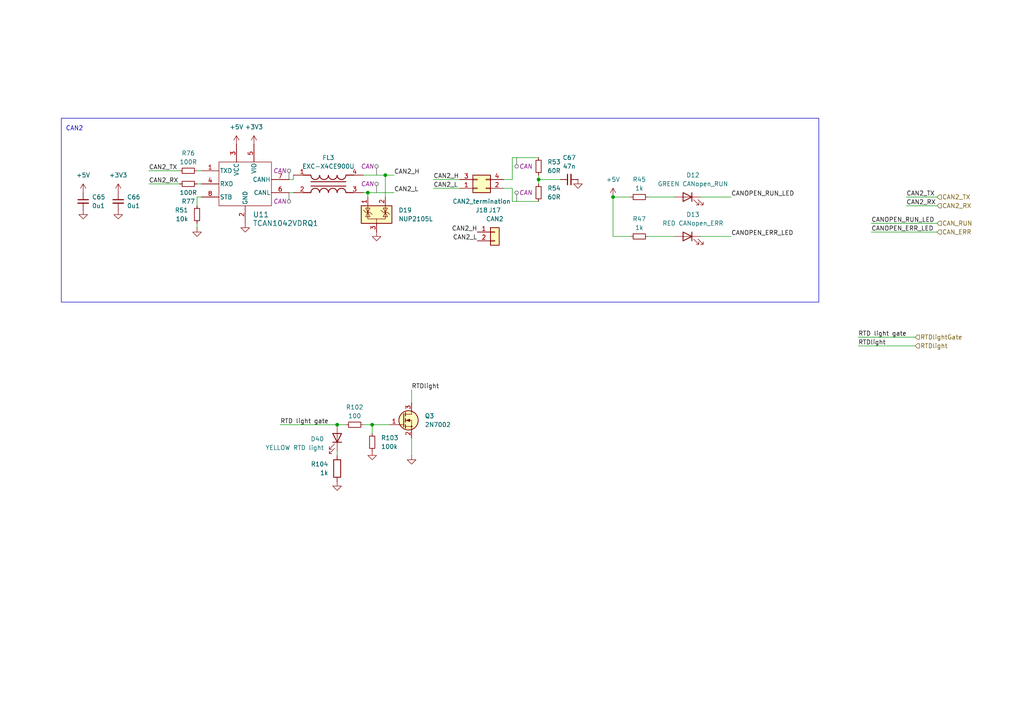
<source format=kicad_sch>
(kicad_sch (version 20231120) (generator "eeschema") (generator_version "8.0")
  (paper "A4")
  (title_block (title "EP6 VCU") (date "2024-09-30") (rev "1.0") (company "NTURacing") (comment 1 "郭哲明") (comment 2 "Electrical group"))
  (lib_symbols
    (symbol "Connector_Generic:Conn_01x02" (pin_names (offset 1.016) hide)
      (property "Reference" "J" (at 0 2.54 0))
      (property "Value" "Conn_01x02" (at 0 -5.08 0))
      (symbol "Conn_01x02_1_1"
        (rectangle (start -1.27 -2.413) (end 0 -2.667) (stroke (width 0.1524)))
        (rectangle (start -1.27 0.127) (end 0 -0.127) (stroke (width 0.1524)))
        (rectangle (start -1.27 1.27) (end 1.27 -3.81) (stroke (width 0.254)) (fill (type background)))
        (pin passive line (at -5.08 0 0) (length 3.81) (name "Pin_1") (number "1"))
        (pin passive line (at -5.08 -2.54 0) (length 3.81) (name "Pin_2") (number "2"))
      )
    )
    (symbol "Connector_Generic:Conn_02x02_Odd_Even" (pin_names (offset 1.016) hide)
      (property "Reference" "J" (at 1.27 2.54 0))
      (property "Value" "Conn_02x02_Odd_Even" (at 1.27 -5.08 0))
      (symbol "Conn_02x02_Odd_Even_1_1"
        (rectangle (start -1.27 -2.413) (end 0 -2.667) (stroke (width 0.1524)))
        (rectangle (start -1.27 0.127) (end 0 -0.127) (stroke (width 0.1524)))
        (rectangle (start -1.27 1.27) (end 3.81 -3.81) (stroke (width 0.254)) (fill (type background)))
        (rectangle (start 3.81 -2.413) (end 2.54 -2.667) (stroke (width 0.1524)))
        (rectangle (start 3.81 0.127) (end 2.54 -0.127) (stroke (width 0.1524)))
        (pin passive line (at -5.08 0 0) (length 3.81) (name "Pin_1") (number "1"))
        (pin passive line (at 7.62 0 180) (length 3.81) (name "Pin_2") (number "2"))
        (pin passive line (at -5.08 -2.54 0) (length 3.81) (name "Pin_3") (number "3"))
        (pin passive line (at 7.62 -2.54 180) (length 3.81) (name "Pin_4") (number "4"))
      )
    )
    (symbol "Device:C_Small" (pin_numbers hide) (pin_names (offset 0.254) hide)
      (property "Reference" "C" (at 0.254 1.778 0))
      (property "Value" "C_Small" (at 0.254 -2.032 0))
      (symbol "C_Small_0_1"
        (polyline (pts (xy -1.524 -0.508) (xy 1.524 -0.508)) (stroke (width 0.3302)))
        (polyline (pts (xy -1.524 0.508) (xy 1.524 0.508)) (stroke (width 0.3048)))
      )
      (symbol "C_Small_1_1"
        (pin passive line (at 0 2.54 270) (length 2.032) (name "~") (number "1"))
        (pin passive line (at 0 -2.54 90) (length 2.032) (name "~") (number "2"))
      )
    )
    (symbol "Device:LED" (pin_numbers hide) (pin_names (offset 1.016) hide)
      (property "Reference" "D" (at 0 2.54 0))
      (property "Value" "LED" (at 0 -2.54 0))
      (symbol "LED_0_1"
        (polyline (pts (xy -1.27 -1.27) (xy -1.27 1.27)) (stroke (width 0.254)))
        (polyline (pts (xy -1.27 0) (xy 1.27 0)))
        (polyline (pts (xy 1.27 -1.27) (xy 1.27 1.27) (xy -1.27 0) (xy 1.27 -1.27)) (stroke (width 0.254)))
        (polyline (pts (xy -3.048 -0.762) (xy -4.572 -2.286) (xy -3.81 -2.286) (xy -4.572 -2.286) (xy -4.572 -1.524)))
        (polyline (pts (xy -1.778 -0.762) (xy -3.302 -2.286) (xy -2.54 -2.286) (xy -3.302 -2.286) (xy -3.302 -1.524)))
      )
      (symbol "LED_1_1"
        (pin passive line (at -3.81 0 0) (length 2.54) (name "K") (number "1"))
        (pin passive line (at 3.81 0 180) (length 2.54) (name "A") (number "2"))
      )
    )
    (symbol "Device:R" (pin_numbers hide) (pin_names (offset 0))
      (property "Reference" "R" (at 2.032 0 90))
      (property "Value" "R" (at 0 0 90))
      (symbol "R_0_1"
        (rectangle (start -1.016 -2.54) (end 1.016 2.54) (stroke (width 0.254)))
      )
      (symbol "R_1_1"
        (pin passive line (at 0 3.81 270) (length 1.27) (name "~") (number "1"))
        (pin passive line (at 0 -3.81 90) (length 1.27) (name "~") (number "2"))
      )
    )
    (symbol "Device:R_Small" (pin_numbers hide) (pin_names (offset 0.254) hide)
      (property "Reference" "R" (at 0.762 0.508 0))
      (property "Value" "R_Small" (at 0.762 -1.016 0))
      (symbol "R_Small_0_1"
        (rectangle (start -0.762 1.778) (end 0.762 -1.778) (stroke (width 0.2032)))
      )
      (symbol "R_Small_1_1"
        (pin passive line (at 0 2.54 270) (length 0.762) (name "~") (number "1"))
        (pin passive line (at 0 -2.54 90) (length 0.762) (name "~") (number "2"))
      )
    )
    (symbol "PCM_Transistor_MOSFET_AKL:2N7002" (pin_names hide)
      (property "Reference" "Q" (at 5.08 1.27 0))
      (property "Value" "2N7002" (at 5.08 -1.27 0))
      (symbol "2N7002_0_1"
        (polyline (pts (xy 0.254 -1.27) (xy -2.54 -1.27)))
        (polyline (pts (xy 0.254 1.905) (xy 0.254 -1.905)) (stroke (width 0.254)))
        (polyline (pts (xy 0.762 -1.778) (xy 2.54 -1.778)))
        (polyline (pts (xy 0.762 -1.27) (xy 0.762 -2.286)) (stroke (width 0.254)))
        (polyline (pts (xy 0.762 0.508) (xy 0.762 -0.508)) (stroke (width 0.254)))
        (polyline (pts (xy 0.762 2.286) (xy 0.762 1.27)) (stroke (width 0.254)))
        (polyline (pts (xy 2.54 1.778) (xy 0.762 1.778)))
        (polyline (pts (xy 2.54 2.54) (xy 2.54 1.778)))
        (polyline (pts (xy 2.54 -2.54) (xy 2.54 0) (xy 0.762 0)))
        (polyline (pts (xy 1.016 0) (xy 2.032 0.381) (xy 2.032 -0.381) (xy 1.016 0)) (fill (type outline)))
        (circle (center 1.651 0) (radius 2.794) (stroke (width 0.254)) (fill (type background)))
        (circle (center 2.54 -1.778) (radius 0.1778) (fill (type outline)))
      )
      (symbol "2N7002_1_1"
        (pin input line (at -3.81 -1.27 0) (length 2.54) (name "G") (number "1"))
        (pin passive line (at 2.54 -5.08 90) (length 2.54) (name "S") (number "2"))
        (pin passive line (at 2.54 5.08 270) (length 2.54) (name "D") (number "3"))
      )
    )
    (symbol "Power_Protection:NUP2105L" (pin_names hide)
      (property "Reference" "D" (at 5.715 2.54 0))
      (property "Value" "NUP2105L" (at 5.715 0.635 0))
      (symbol "NUP2105L_0_0"
        (pin passive line (at 0 -5.08 90) (length 2.54) (name "A") (number "3"))
      )
      (symbol "NUP2105L_0_1"
        (rectangle (start -4.445 2.54) (end 4.445 -2.54) (stroke (width 0.254)) (fill (type background)))
        (polyline (pts (xy -2.54 2.54) (xy -2.54 0.635)))
        (polyline (pts (xy 0 -1.27) (xy 0 -2.54)))
        (polyline (pts (xy 2.54 2.54) (xy 2.54 0.635)))
        (polyline (pts (xy -3.81 1.27) (xy -3.175 0.635) (xy -1.905 0.635) (xy -1.27 0)))
        (polyline (pts (xy -2.54 0.635) (xy -2.54 -1.27) (xy 2.54 -1.27) (xy 2.54 0.635)))
        (polyline (pts (xy -2.54 0.635) (xy -1.905 -0.635) (xy -3.175 -0.635) (xy -2.54 0.635)))
        (polyline (pts (xy 2.54 0.635) (xy 1.905 -0.635) (xy 3.175 -0.635) (xy 2.54 0.635)))
        (polyline (pts (xy 2.54 0.635) (xy 3.175 1.905) (xy 1.905 1.905) (xy 2.54 0.635)))
        (polyline (pts (xy -2.54 0.635) (xy -3.175 1.905) (xy -1.905 1.905) (xy -2.54 0.635) (xy -2.54 1.27)))
        (polyline (pts (xy 1.27 1.27) (xy 1.905 0.635) (xy 2.54 0.635) (xy 3.175 0.635) (xy 3.81 0)))
      )
      (symbol "NUP2105L_1_1"
        (pin passive line (at -2.54 5.08 270) (length 2.54) (name "K") (number "1"))
        (pin passive line (at 2.54 5.08 270) (length 2.54) (name "K") (number "2"))
      )
    )
    (symbol "SamacSys_Parts_EP6:EXC-X4CE900U" (pin_names hide)
      (property "Reference" "FL" (at -0.254 1.524 0))
      (property "Value" "EXC-X4CE900U" (at -0.254 -0.254 0))
      (symbol "EXC-X4CE900U_1_1"
        (arc (start -2.488 -5.08) (mid -1.2689 -3.81) (end -2.488 -2.54) (stroke (width 0.254)))
        (arc (start -2.488 -2.54) (mid -1.2689 -1.27) (end -2.488 0) (stroke (width 0.254)))
        (arc (start -2.488 0) (mid -1.2689 1.27) (end -2.488 2.54) (stroke (width 0.254)))
        (arc (start -2.488 2.54) (mid -1.2689 3.81) (end -2.488 5.08) (stroke (width 0.254)))
        (polyline (pts (xy -2.54 -5.08) (xy -2.54 -7.366)) (stroke (width 0.254)))
        (polyline (pts (xy -2.54 5.08) (xy -2.54 7.366)) (stroke (width 0.254)))
        (polyline (pts (xy -0.635 5.08) (xy -0.635 -5.08)) (stroke (width 0.254)))
        (polyline (pts (xy 0.635 5.08) (xy 0.635 -5.08)) (stroke (width 0.254)))
        (polyline (pts (xy 2.54 -5.08) (xy 2.54 -7.366)) (stroke (width 0.254)))
        (polyline (pts (xy 2.54 5.08) (xy 2.54 7.366)) (stroke (width 0.254)))
        (arc (start 2.488 -2.54) (mid 1.2689 -3.81) (end 2.488 -5.08) (stroke (width 0.254)))
        (arc (start 2.488 0) (mid 1.2689 -1.27) (end 2.488 -2.54) (stroke (width 0.254)))
        (arc (start 2.488 2.54) (mid 1.2689 1.27) (end 2.488 0) (stroke (width 0.254)))
        (arc (start 2.488 5.08) (mid 1.2689 3.81) (end 2.488 2.54) (stroke (width 0.254)))
        (pin passive line (at -2.54 -10.16 90) (length 5.08) (name "1") (number "1"))
        (pin passive line (at 2.54 -10.16 90) (length 5.08) (name "2") (number "2"))
        (pin passive line (at 2.54 10.16 270) (length 5.08) (name "3") (number "3"))
        (pin passive line (at -2.54 10.16 270) (length 5.08) (name "4") (number "4"))
      )
    )
    (symbol "nturt_kicad_lib_EP6:TCAN1042VDRQ1" (pin_names (offset 0.254))
      (property "Reference" "U" (at 0 2.54 0))
      (property "Value" "TCAN1042VDRQ1" (at 0 0 0))
      (symbol "TCAN1042VDRQ1_0_1"
        (pin input line (at -12.7 3.81 0) (length 5.08) (name "TXD") (number "1"))
        (pin power_in line (at 0 -11.43 90) (length 5.08) (name "GND") (number "2"))
        (pin power_in line (at -2.54 11.43 270) (length 5.08) (name "VCC") (number "3"))
        (pin output line (at -12.7 0 0) (length 5.08) (name "RXD") (number "4"))
        (pin power_in line (at 2.54 11.43 270) (length 5.08) (name "VIO") (number "5"))
        (pin bidirectional line (at 12.7 -2.54 180) (length 5.08) (name "CANL") (number "6"))
        (pin bidirectional line (at 12.7 1.27 180) (length 5.08) (name "CANH") (number "7"))
        (pin input line (at -12.7 -3.81 0) (length 5.08) (name "STB") (number "8"))
      )
      (symbol "TCAN1042VDRQ1_1_1"
        (rectangle (start -7.62 6.35) (end 7.62 -6.35))
      )
    )
    (symbol "power:+3V3" (power) (pin_numbers hide) (pin_names (offset 0) hide)
      (property "Value" "+3V3" (at 0 3.556 0))
      (symbol "+3V3_0_1"
        (polyline (pts (xy -0.762 1.27) (xy 0 2.54)))
        (polyline (pts (xy 0 0) (xy 0 2.54)))
        (polyline (pts (xy 0 2.54) (xy 0.762 1.27)))
      )
      (symbol "+3V3_1_1"
        (pin power_in line (at 0 0 90) (length 0) (name "~") (number "1"))
      )
    )
    (symbol "power:+5V" (power) (pin_numbers hide) (pin_names (offset 0) hide)
      (property "Value" "+5V" (at 0 3.556 0))
      (symbol "+5V_0_1"
        (polyline (pts (xy -0.762 1.27) (xy 0 2.54)))
        (polyline (pts (xy 0 0) (xy 0 2.54)))
        (polyline (pts (xy 0 2.54) (xy 0.762 1.27)))
      )
      (symbol "+5V_1_1"
        (pin power_in line (at 0 0 90) (length 0) (name "~") (number "1"))
      )
    )
    (symbol "power:GND" (power) (pin_numbers hide) (pin_names (offset 0) hide)
      (property "Value" "GND" (at 0 -3.81 0))
      (symbol "GND_0_1"
        (polyline (pts (xy 0 0) (xy 0 -1.27) (xy 1.27 -1.27) (xy 0 -2.54) (xy -1.27 -1.27) (xy 0 -1.27)))
      )
      (symbol "GND_1_1"
        (pin power_in line (at 0 0 270) (length 0) (name "~") (number "1"))
      )
    )
  )
  (junction (at 107.95 123.19))
  (junction (at 111.76 50.8))
  (junction (at 156.21 52.07))
  (junction (at 177.8 57.15))
  (junction (at 97.79 123.19))
  (junction (at 106.68 55.88))
  (wire (pts (xy 57.15 49.53) (xy 58.42 49.53)))
  (wire (pts (xy 148.59 58.42) (xy 156.21 58.42)))
  (wire (pts (xy 148.59 54.61) (xy 146.05 54.61)))
  (wire (pts (xy 57.15 53.34) (xy 58.42 53.34)))
  (wire (pts (xy 119.38 127) (xy 119.38 132.08)))
  (wire (pts (xy 57.15 66.04) (xy 57.15 64.77)))
  (wire (pts (xy 195.58 68.58) (xy 187.96 68.58)))
  (wire (pts (xy 119.38 113.03) (xy 119.38 116.84)))
  (wire (pts (xy 146.05 52.07) (xy 148.59 52.07)))
  (wire (pts (xy 262.89 57.15) (xy 271.78 57.15)))
  (wire (pts (xy 85.09 52.07) (xy 85.09 50.8)))
  (wire (pts (xy 105.41 50.8) (xy 111.76 50.8)))
  (wire (pts (xy 248.92 97.79) (xy 265.43 97.79)))
  (wire (pts (xy 182.88 68.58) (xy 177.8 68.58)))
  (wire (pts (xy 252.73 67.31) (xy 271.78 67.31)))
  (wire (pts (xy 148.59 45.72) (xy 148.59 52.07)))
  (wire (pts (xy 111.76 50.8) (xy 111.76 57.15)))
  (wire (pts (xy 195.58 57.15) (xy 187.96 57.15)))
  (wire (pts (xy 107.95 123.19) (xy 113.03 123.19)))
  (wire (pts (xy 106.68 55.88) (xy 105.41 55.88)))
  (wire (pts (xy 85.09 55.88) (xy 83.82 55.88)))
  (wire (pts (xy 97.79 130.81) (xy 97.79 132.08)))
  (wire (pts (xy 212.09 57.15) (xy 203.2 57.15)))
  (wire (pts (xy 177.8 57.15) (xy 177.8 68.58)))
  (wire (pts (xy 156.21 53.34) (xy 156.21 52.07)))
  (wire (pts (xy 125.73 54.61) (xy 133.35 54.61)))
  (wire (pts (xy 107.95 125.73) (xy 107.95 123.19)))
  (wire (pts (xy 105.41 123.19) (xy 107.95 123.19)))
  (wire (pts (xy 57.15 59.69) (xy 57.15 57.15)))
  (wire (pts (xy 81.28 123.19) (xy 97.79 123.19)))
  (wire (pts (xy 156.21 52.07) (xy 156.21 50.8)))
  (wire (pts (xy 125.73 52.07) (xy 133.35 52.07)))
  (wire (pts (xy 57.15 57.15) (xy 58.42 57.15)))
  (wire (pts (xy 262.89 59.69) (xy 271.78 59.69)))
  (wire (pts (xy 212.09 68.58) (xy 203.2 68.58)))
  (wire (pts (xy 43.18 53.34) (xy 52.07 53.34)))
  (wire (pts (xy 106.68 55.88) (xy 106.68 57.15)))
  (wire (pts (xy 148.59 54.61) (xy 148.59 58.42)))
  (wire (pts (xy 111.76 50.8) (xy 114.3 50.8)))
  (wire (pts (xy 97.79 123.19) (xy 100.33 123.19)))
  (wire (pts (xy 83.82 52.07) (xy 85.09 52.07)))
  (wire (pts (xy 148.59 45.72) (xy 156.21 45.72)))
  (wire (pts (xy 106.68 55.88) (xy 114.3 55.88)))
  (wire (pts (xy 182.88 57.15) (xy 177.8 57.15)))
  (wire (pts (xy 43.18 49.53) (xy 52.07 49.53)))
  (wire (pts (xy 252.73 64.77) (xy 271.78 64.77)))
  (wire (pts (xy 162.56 52.07) (xy 156.21 52.07)))
  (wire (pts (xy 248.92 100.33) (xy 265.43 100.33)))
  (rectangle (start 17.78 34.29) (end 237.49 87.63))
  (text "CAN2" (at 19.05 38.1 0) (effects (font (size 1.27 1.27)) (justify left bottom)))
  (label "CAN2_RX" (at 262.89 59.69 0))
  (label "CANOPEN_ERR_LED" (at 252.73 67.31 0))
  (label "RTD light gate" (at 81.28 123.19 0))
  (label "CAN2_TX" (at 262.89 57.15 0))
  (label "RTD light gate" (at 248.92 97.79 0))
  (label "CANOPEN_RUN_LED" (at 252.73 64.77 0))
  (label "CANOPEN_ERR_LED" (at 212.09 68.58 0))
  (label "RTDlight" (at 248.92 100.33 0))
  (label "CAN2_L" (at 125.73 54.61 0))
  (label "CAN2_H" (at 125.73 52.07 0))
  (label "CAN2_TX" (at 43.18 49.53 0))
  (label "CANOPEN_RUN_LED" (at 212.09 57.15 0))
  (label "CAN2_L" (at 138.43 69.85 180))
  (label "CAN2_H" (at 114.3 50.8 0))
  (label "CAN2_H" (at 138.43 67.31 180))
  (label "CAN2_L" (at 114.3 55.88 0))
  (label "CAN2_RX" (at 43.18 53.34 0))
  (label "RTDlight" (at 119.38 113.03 0))
  (hierarchical_label "CAN_RUN" (shape input) (at 271.78 64.77 0))
  (hierarchical_label "RTDlight" (shape input) (at 265.43 100.33 0))
  (hierarchical_label "CAN_ERR" (shape input) (at 271.78 67.31 0))
  (hierarchical_label "CAN2_RX" (shape input) (at 271.78 59.69 0))
  (hierarchical_label "CAN2_TX" (shape input) (at 271.78 57.15 0))
  (hierarchical_label "RTDlightGate" (shape input) (at 265.43 97.79 0))
  (netclass_flag "" (length 2.54) (shape round) (at 83.82 55.88 180) (property "Netclass" "CAN" (at 83.1215 58.42 0) (effects (font (italic yes)) (justify right))))
  (netclass_flag "" (length 2.54) (shape round) (at 149.86 45.72 180) (property "Netclass" "CAN" (at 150.5585 48.26 0) (effects (font (italic yes)) (justify left))))
  (netclass_flag "" (length 2.54) (shape round) (at 109.22 50.8 0) (property "Netclass" "CAN" (at 108.5215 48.26 0) (effects (font (italic yes)) (justify right))))
  (netclass_flag "" (length 2.54) (shape round) (at 149.86 58.42 0) (property "Netclass" "CAN" (at 150.5585 55.88 0) (effects (font (italic yes)) (justify left))))
  (netclass_flag "" (length 2.54) (shape round) (at 83.82 52.07 0) (property "Netclass" "CAN" (at 83.1215 49.53 0) (effects (font (italic yes)) (justify right))))
  (netclass_flag "" (length 2.54) (shape round) (at 109.22 55.88 0) (property "Netclass" "CAN" (at 108.5215 53.34 0) (effects (font (italic yes)) (justify right))))
  (symbol (lib_id "Device:R_Small") (at 185.42 68.58 90) (unit 1)
    (property "Reference" "R47" (at 185.42 63.5 90))
    (property "Value" "1k" (at 185.42 66.04 90))
    (property "Footprint" "Resistor_SMD:R_0402_1005Metric" (effects (hide yes)))
    (property "Description" "Resistor, small symbol" (effects (hide yes)))
  )
  (symbol (lib_id "power:GND") (at 34.29 60.96 0) (unit 1)
    (property "Reference" "#PWR0131" (effects (hide yes)))
    (property "Value" "GND" (effects (hide yes)))
    (property "Description" "Power symbol creates a global label with name \"GND\" , ground" (effects (hide yes)))
  )
  (symbol (lib_id "power:GND") (at 57.15 66.04 0) (unit 1)
    (property "Reference" "#PWR0125" (effects (hide yes)))
    (property "Value" "GND" (effects (hide yes)))
    (property "Description" "Power symbol creates a global label with name \"GND\" , ground" (effects (hide yes)))
  )
  (symbol (lib_id "Device:R_Small") (at 54.61 49.53 90) (unit 1)
    (property "Reference" "R76" (at 54.61 44.45 90))
    (property "Value" "100R" (at 54.61 46.99 90))
    (property "Footprint" "Resistor_SMD:R_0402_1005Metric" (effects (hide yes)))
    (property "Description" "Resistor, small symbol" (effects (hide yes)))
  )
  (symbol (lib_id "Device:C_Small") (at 34.29 58.42 0) (unit 1)
    (property "Reference" "C66" (at 36.83 57.1563 0) (effects (justify left)))
    (property "Value" "0u1" (at 36.83 59.6963 0) (effects (justify left)))
    (property "Footprint" "Capacitor_SMD:C_0402_1005Metric" (effects (hide yes)))
    (property "Description" "Unpolarized capacitor, small symbol" (effects (hide yes)))
  )
  (symbol (lib_id "Device:R_Small") (at 54.61 53.34 90) (mirror x) (unit 1)
    (property "Reference" "R77" (at 54.61 58.42 90))
    (property "Value" "100R" (at 54.61 55.88 90))
    (property "Footprint" "Resistor_SMD:R_0402_1005Metric" (effects (hide yes)))
    (property "Description" "Resistor, small symbol" (effects (hide yes)))
  )
  (symbol (lib_id "power:+3V3") (at 73.66 41.91 0) (unit 1)
    (property "Reference" "#PWR0123" (effects (hide yes)))
    (property "Value" "+3V3" (at 73.66 36.83 0))
    (property "Description" "Power symbol creates a global label with name \"+3V3\"" (effects (hide yes)))
  )
  (symbol (lib_id "power:+3V3") (at 34.29 55.88 0) (unit 1)
    (property "Reference" "#PWR0128" (effects (hide yes)))
    (property "Value" "+3V3" (at 34.29 50.8 0))
    (property "Description" "Power symbol creates a global label with name \"+3V3\"" (effects (hide yes)))
  )
  (symbol (lib_id "Device:R_Small") (at 156.21 55.88 180) (unit 1) (in_bom no)
    (property "Reference" "R54" (at 158.75 54.6099 0) (effects (justify right)))
    (property "Value" "60R" (at 158.75 57.1499 0) (effects (justify right)))
    (property "Footprint" "Resistor_SMD:R_0402_1005Metric" (effects (hide yes)))
    (property "Description" "Resistor, small symbol" (effects (hide yes)))
  )
  (symbol (lib_id "power:GND") (at 167.64 52.07 0) (unit 1)
    (property "Reference" "#PWR0129" (effects (hide yes)))
    (property "Value" "GND" (effects (hide yes)))
    (property "Description" "Power symbol creates a global label with name \"GND\" , ground" (effects (hide yes)))
  )
  (symbol (lib_id "Device:LED") (at 97.79 127 270) (mirror x) (unit 1)
    (property "Reference" "D40" (at 93.98 127.3175 90) (effects (justify right)))
    (property "Value" "YELLOW RTD light" (at 93.98 129.8575 90) (effects (justify right)))
    (property "Footprint" "LED_SMD:LED_0603_1608Metric" (effects (hide yes)))
    (property "Description" "Light emitting diode" (effects (hide yes)))
  )
  (symbol (lib_id "Device:R_Small") (at 185.42 57.15 90) (unit 1)
    (property "Reference" "R45" (at 185.42 52.07 90))
    (property "Value" "1k" (at 185.42 54.61 90))
    (property "Footprint" "Resistor_SMD:R_0402_1005Metric" (effects (hide yes)))
    (property "Description" "Resistor, small symbol" (effects (hide yes)))
  )
  (symbol (lib_id "power:+5V") (at 24.13 55.88 0) (unit 1)
    (property "Reference" "#PWR0127" (effects (hide yes)))
    (property "Value" "+5V" (at 24.13 50.8 0))
    (property "Description" "Power symbol creates a global label with name \"+5V\"" (effects (hide yes)))
  )
  (symbol (lib_id "Device:LED") (at 199.39 68.58 0) (mirror y) (unit 1)
    (property "Reference" "D13" (at 200.9775 62.23 0))
    (property "Value" "RED CANopen_ERR" (at 200.9775 64.77 0))
    (property "Footprint" "LED_SMD:LED_0805_2012Metric" (effects (hide yes)))
    (property "Description" "Light emitting diode" (effects (hide yes)))
  )
  (symbol (lib_id "Device:R_Small") (at 102.87 123.19 270) (unit 1)
    (property "Reference" "R102" (at 102.87 118.11 90))
    (property "Value" "100" (at 102.87 120.65 90))
    (property "Footprint" "Resistor_SMD:R_0402_1005Metric" (effects (hide yes)))
    (property "Description" "Resistor, small symbol" (effects (hide yes)))
  )
  (symbol (lib_id "power:GND") (at 24.13 60.96 0) (unit 1)
    (property "Reference" "#PWR0130" (effects (hide yes)))
    (property "Value" "GND" (effects (hide yes)))
    (property "Description" "Power symbol creates a global label with name \"GND\" , ground" (effects (hide yes)))
  )
  (symbol (lib_id "power:GND") (at 107.95 130.81 0) (unit 1)
    (property "Reference" "#PWR0200" (effects (hide yes)))
    (property "Value" "GND" (effects (hide yes)))
    (property "Description" "Power symbol creates a global label with name \"GND\" , ground" (effects (hide yes)))
  )
  (symbol (lib_id "Device:R_Small") (at 57.15 62.23 0) (mirror y) (unit 1) (in_bom no)
    (property "Reference" "R51" (at 54.61 60.9599 0) (effects (justify left)))
    (property "Value" "10k" (at 54.61 63.4999 0) (effects (justify left)))
    (property "Footprint" "Resistor_SMD:R_0402_1005Metric" (effects (hide yes)))
    (property "Description" "Resistor, small symbol" (effects (hide yes)))
  )
  (symbol (lib_id "power:GND") (at 109.22 67.31 0) (unit 1)
    (property "Reference" "#PWR0152" (effects (hide yes)))
    (property "Value" "GND" (effects (hide yes)))
    (property "Description" "Power symbol creates a global label with name \"GND\" , ground" (effects (hide yes)))
  )
  (symbol (lib_id "PCM_Transistor_MOSFET_AKL:2N7002") (at 116.84 121.92 0) (unit 1)
    (property "Reference" "Q3" (at 123.19 120.6499 0) (effects (justify left)))
    (property "Value" "2N7002" (at 123.19 123.1899 0) (effects (justify left)))
    (property "Footprint" "Package_TO_SOT_SMD:SOT-23" (effects (hide yes)))
    (property "Datasheet" "https://www.tme.eu/Document/7df5cae36abdfcedddb681f5be886f05/2N7000.pdf" (effects (hide yes)))
    (property "Description" "SOT-23 N-MOSFET enchancement mode transistor, 60V, 115mA, 200mW, Alternate KiCAD Library" (effects (hide yes)))
  )
  (symbol (lib_id "Connector_Generic:Conn_01x02") (at 143.51 67.31 0) (unit 1)
    (property "Reference" "J17" (at 143.51 60.96 0))
    (property "Value" "CAN2" (at 143.51 63.5 0))
    (property "Footprint" "Connector_JST:JST_XH_B2B-XH-A_1x02_P2.50mm_Vertical" (effects (hide yes)))
    (property "Description" "Generic connector, single row, 01x02, script generated (kicad-library-utils/schlib/autogen/connector/)" (effects (hide yes)))
  )
  (symbol (lib_id "power:+5V") (at 177.8 57.15 0) (unit 1)
    (property "Reference" "#PWR0112" (effects (hide yes)))
    (property "Value" "+5V" (at 177.8 52.07 0))
    (property "Description" "Power symbol creates a global label with name \"+5V\"" (effects (hide yes)))
  )
  (symbol (lib_id "power:GND") (at 119.38 132.08 0) (unit 1)
    (property "Reference" "#PWR0201" (effects (hide yes)))
    (property "Value" "GND" (effects (hide yes)))
    (property "Description" "Power symbol creates a global label with name \"GND\" , ground" (effects (hide yes)))
  )
  (symbol (lib_id "Device:LED") (at 199.39 57.15 0) (mirror y) (unit 1)
    (property "Reference" "D12" (at 200.9775 50.8 0))
    (property "Value" "GREEN CANopen_RUN" (at 200.9775 53.34 0))
    (property "Footprint" "LED_SMD:LED_0805_2012Metric" (effects (hide yes)))
    (property "Description" "Light emitting diode" (effects (hide yes)))
  )
  (symbol (lib_id "Device:R_Small") (at 156.21 48.26 180) (unit 1) (in_bom no)
    (property "Reference" "R53" (at 158.75 46.9899 0) (effects (justify right)))
    (property "Value" "60R" (at 158.75 49.5299 0) (effects (justify right)))
    (property "Footprint" "Resistor_SMD:R_0402_1005Metric" (effects (hide yes)))
    (property "Description" "Resistor, small symbol" (effects (hide yes)))
  )
  (symbol (lib_id "Connector_Generic:Conn_02x02_Odd_Even") (at 138.43 54.61 0) (mirror x) (unit 1)
    (property "Reference" "J18" (at 139.7 60.96 0))
    (property "Value" "CAN2_termination" (at 139.7 58.42 0))
    (property "Footprint" "Connector_PinHeader_2.54mm:PinHeader_2x02_P2.54mm_Vertical" (effects (hide yes)))
    (property "Description" "Generic connector, double row, 02x02, odd/even pin numbering scheme (row 1 odd numbers, row 2 even numbers), script generated (kicad-library-utils/schlib/autogen/connector/)" (effects (hide yes)))
  )
  (symbol (lib_id "Device:R_Small") (at 107.95 128.27 180) (unit 1)
    (property "Reference" "R103" (at 110.49 127 0) (effects (justify right)))
    (property "Value" "100k" (at 110.49 129.54 0) (effects (justify right)))
    (property "Footprint" "Resistor_SMD:R_0402_1005Metric" (effects (hide yes)))
    (property "Description" "Resistor, small symbol" (effects (hide yes)))
  )
  (symbol (lib_id "Power_Protection:NUP2105L") (at 109.22 62.23 0) (unit 1)
    (property "Reference" "D19" (at 115.57 60.9599 0) (effects (justify left)))
    (property "Value" "NUP2105L" (at 115.57 63.4999 0) (effects (justify left)))
    (property "Footprint" "Package_TO_SOT_SMD:SOT-23" (effects (hide yes)))
    (property "Datasheet" "https://www.onsemi.com/pub_link/Collateral/NUP2105L-D.PDF" (effects (hide yes)))
    (property "Description" "Dual Line CAN Bus Protector, 24Vrwm" (effects (hide yes)))
  )
  (symbol (lib_id "power:GND") (at 71.12 64.77 0) (unit 1)
    (property "Reference" "#PWR0126" (effects (hide yes)))
    (property "Value" "GND" (effects (hide yes)))
    (property "Description" "Power symbol creates a global label with name \"GND\" , ground" (effects (hide yes)))
  )
  (symbol (lib_id "SamacSys_Parts_EP6:EXC-X4CE900U") (at 95.25 53.34 270) (unit 1)
    (property "Reference" "FL3" (at 95.25 45.72 90))
    (property "Value" "EXC-X4CE900U" (at 95.25 48.26 90))
    (property "Footprint" "SamacSys_Parts_EP6:EXCX4CE900U" (effects (hide yes)))
    (property "Datasheet" "https://industrial.panasonic.com/cdbs/www-data/pdf/AWE0000/AWE0000C258.pdf" (effects (hide yes)))
    (property "Description" "Series/Type: Common mode Filters (0202 small size), Size [LW] (mm): 0.650.50, Height (mm): 0.3, Impedance [Common Mode] (): 90, Rated Voltage [DC] (V): 5, Rated Current [DC] (mA): 100, DC Resistance [max.] (): 3.0+/-30%, Number of circuit: 1" (effects (hide yes)))
    (property "Mouser Part Number" "667-EXC-X4CE900U" (effects (hide yes)))
    (property "Mouser Price/Stock" "https://www.mouser.co.uk/ProductDetail/Panasonic/EXC-X4CE900U?qs=r%2Fc3XikQTkKbkY%2FGNti4Lw%3D%3D" (effects (hide yes)))
    (property "Manufacturer_Name" "Panasonic" (effects (hide yes)))
    (property "Manufacturer_Part_Number" "EXC-X4CE900U" (effects (hide yes)))
    (property "Simulation Data" "https://industrial.panasonic.com/content/data/CC/files/EXCX4CE900U.zip" (effects (hide yes)))
  )
  (symbol (lib_id "Device:R") (at 97.79 135.89 0) (mirror y) (unit 1)
    (property "Reference" "R104" (at 95.25 134.62 0) (effects (justify left)))
    (property "Value" "1k" (at 95.25 137.16 0) (effects (justify left)))
    (property "Footprint" "Resistor_SMD:R_0402_1005Metric" (effects (hide yes)))
    (property "Description" "Resistor" (effects (hide yes)))
  )
  (symbol (lib_id "nturt_kicad_lib_EP6:TCAN1042VDRQ1") (at 71.12 53.34 0) (unit 1)
    (property "Reference" "U11" (at 73.3141 62.23 0) (effects (font (size 1.524 1.524)) (justify left)))
    (property "Value" "TCAN1042VDRQ1" (at 73.3141 64.77 0) (effects (font (size 1.524 1.524)) (justify left)))
    (property "Footprint" "Package_SO:SOIC-8_3.9x4.9mm_P1.27mm" (effects (hide yes)))
    (property "Datasheet" "TCAN1042VDRQ1" (effects (hide yes)))
  )
  (symbol (lib_id "Device:C_Small") (at 24.13 58.42 0) (unit 1)
    (property "Reference" "C65" (at 26.67 57.1563 0) (effects (justify left)))
    (property "Value" "0u1" (at 26.67 59.6963 0) (effects (justify left)))
    (property "Footprint" "Capacitor_SMD:C_0402_1005Metric" (effects (hide yes)))
    (property "Description" "Unpolarized capacitor, small symbol" (effects (hide yes)))
  )
  (symbol (lib_id "power:GND") (at 97.79 139.7 0) (unit 1)
    (property "Reference" "#PWR0202" (effects (hide yes)))
    (property "Value" "GND" (effects (hide yes)))
    (property "Description" "Power symbol creates a global label with name \"GND\" , ground" (effects (hide yes)))
  )
  (symbol (lib_id "Device:C_Small") (at 165.1 52.07 90) (unit 1)
    (property "Reference" "C67" (at 165.1063 45.72 90))
    (property "Value" "47n" (at 165.1063 48.26 90))
    (property "Footprint" "Capacitor_SMD:C_0402_1005Metric" (effects (hide yes)))
    (property "Description" "Unpolarized capacitor, small symbol" (effects (hide yes)))
  )
  (symbol (lib_id "power:+5V") (at 68.58 41.91 0) (unit 1)
    (property "Reference" "#PWR0122" (effects (hide yes)))
    (property "Value" "+5V" (at 68.58 36.83 0))
    (property "Description" "Power symbol creates a global label with name \"+5V\"" (effects (hide yes)))
  )
)
</source>
